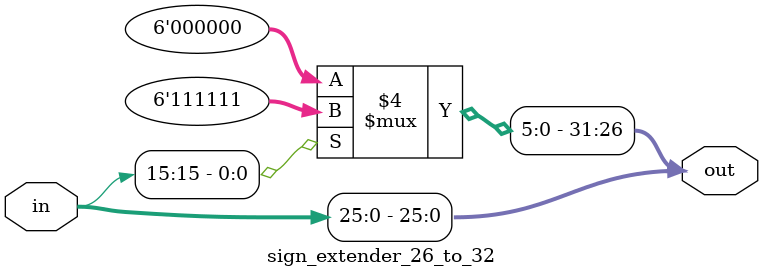
<source format=v>
module sign_extender_26_to_32
(
	input [25:0] in,
	output reg [31:0] out
);


always @ (in) begin

	out[25:0] = in[25:0];
	if (in[15] == 1'b1)
		out[31:26] = 16'b111111;
	else
		out[31:26] = 16'b000000;

end 

endmodule

</source>
